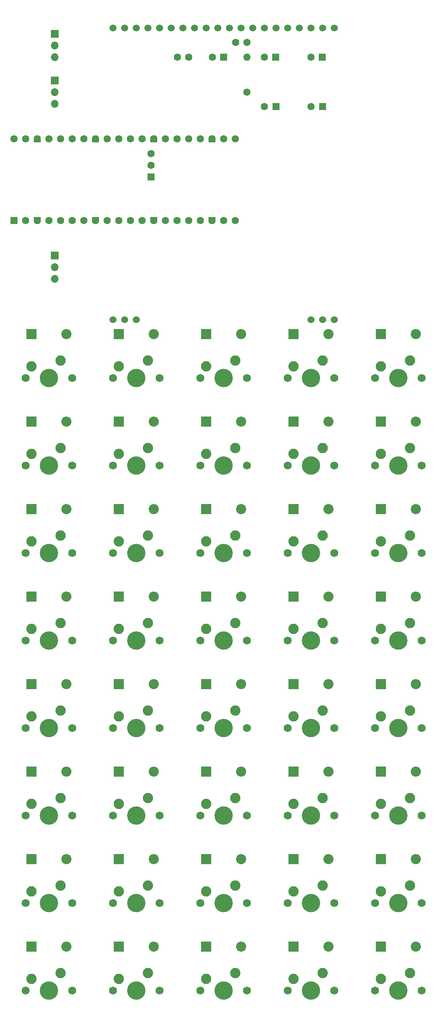
<source format=gbr>
%TF.GenerationSoftware,KiCad,Pcbnew,8.0.6*%
%TF.CreationDate,2024-11-19T21:22:31+01:00*%
%TF.ProjectId,calc,63616c63-2e6b-4696-9361-645f70636258,rev?*%
%TF.SameCoordinates,Original*%
%TF.FileFunction,Soldermask,Bot*%
%TF.FilePolarity,Negative*%
%FSLAX46Y46*%
G04 Gerber Fmt 4.6, Leading zero omitted, Abs format (unit mm)*
G04 Created by KiCad (PCBNEW 8.0.6) date 2024-11-19 21:22:31*
%MOMM*%
%LPD*%
G01*
G04 APERTURE LIST*
G04 Aperture macros list*
%AMRoundRect*
0 Rectangle with rounded corners*
0 $1 Rounding radius*
0 $2 $3 $4 $5 $6 $7 $8 $9 X,Y pos of 4 corners*
0 Add a 4 corners polygon primitive as box body*
4,1,4,$2,$3,$4,$5,$6,$7,$8,$9,$2,$3,0*
0 Add four circle primitives for the rounded corners*
1,1,$1+$1,$2,$3*
1,1,$1+$1,$4,$5*
1,1,$1+$1,$6,$7*
1,1,$1+$1,$8,$9*
0 Add four rect primitives between the rounded corners*
20,1,$1+$1,$2,$3,$4,$5,0*
20,1,$1+$1,$4,$5,$6,$7,0*
20,1,$1+$1,$6,$7,$8,$9,0*
20,1,$1+$1,$8,$9,$2,$3,0*%
%AMFreePoly0*
4,1,28,0.605014,0.794986,0.644504,0.794986,0.724698,0.756366,0.780194,0.686777,0.800000,0.600000,0.800000,-0.600000,0.780194,-0.686777,0.724698,-0.756366,0.644504,-0.794986,0.605014,-0.794986,0.600000,-0.800000,0.000000,-0.800000,-0.178017,-0.779942,-0.347107,-0.720775,-0.498792,-0.625465,-0.625465,-0.498792,-0.720775,-0.347107,-0.779942,-0.178017,-0.800000,0.000000,-0.779942,0.178017,
-0.720775,0.347107,-0.625465,0.498792,-0.498792,0.625465,-0.347107,0.720775,-0.178017,0.779942,0.000000,0.800000,0.600000,0.800000,0.605014,0.794986,0.605014,0.794986,$1*%
%AMFreePoly1*
4,1,28,0.178017,0.779942,0.347107,0.720775,0.498792,0.625465,0.625465,0.498792,0.720775,0.347107,0.779942,0.178017,0.800000,0.000000,0.779942,-0.178017,0.720775,-0.347107,0.625465,-0.498792,0.498792,-0.625465,0.347107,-0.720775,0.178017,-0.779942,0.000000,-0.800000,-0.600000,-0.800000,-0.605014,-0.794986,-0.644504,-0.794986,-0.724698,-0.756366,-0.780194,-0.686777,-0.800000,-0.600000,
-0.800000,0.600000,-0.780194,0.686777,-0.724698,0.756366,-0.644504,0.794986,-0.605014,0.794986,-0.600000,0.800000,0.000000,0.800000,0.178017,0.779942,0.178017,0.779942,$1*%
G04 Aperture macros list end*
%ADD10R,2.200000X2.200000*%
%ADD11O,2.200000X2.200000*%
%ADD12C,1.750000*%
%ADD13C,4.000000*%
%ADD14C,2.250000*%
%ADD15R,1.700000X1.700000*%
%ADD16O,1.700000X1.700000*%
%ADD17R,1.600000X1.600000*%
%ADD18C,1.600000*%
%ADD19RoundRect,0.200000X0.600000X-0.600000X0.600000X0.600000X-0.600000X0.600000X-0.600000X-0.600000X0*%
%ADD20FreePoly0,90.000000*%
%ADD21FreePoly1,90.000000*%
%ADD22O,1.600000X1.600000*%
%ADD23C,1.524000*%
G04 APERTURE END LIST*
D10*
%TO.C,D2*%
X166370000Y-92075000D03*
D11*
X173990000Y-92075000D03*
%TD*%
D10*
%TO.C,D1*%
X147320000Y-92075000D03*
D11*
X154940000Y-92075000D03*
%TD*%
D10*
%TO.C,D38*%
X185420000Y-225425000D03*
D11*
X193040000Y-225425000D03*
%TD*%
D12*
%TO.C,SW25*%
X222250000Y-177800000D03*
D13*
X227330000Y-177800000D03*
D12*
X232410000Y-177800000D03*
D14*
X229870000Y-173990000D03*
X223520000Y-175260000D03*
%TD*%
D10*
%TO.C,D13*%
X185420000Y-130175000D03*
D11*
X193040000Y-130175000D03*
%TD*%
D12*
%TO.C,SW29*%
X203200000Y-196850000D03*
D13*
X208280000Y-196850000D03*
D12*
X213360000Y-196850000D03*
D14*
X210820000Y-193040000D03*
X204470000Y-194310000D03*
%TD*%
D10*
%TO.C,D24*%
X204470000Y-168275000D03*
D11*
X212090000Y-168275000D03*
%TD*%
D15*
%TO.C,J2*%
X152400000Y-36830000D03*
D16*
X152400000Y-39370000D03*
X152400000Y-41910000D03*
%TD*%
D12*
%TO.C,SW9*%
X203200000Y-120650000D03*
D13*
X208280000Y-120650000D03*
D12*
X213360000Y-120650000D03*
D14*
X210820000Y-116840000D03*
X204470000Y-118110000D03*
%TD*%
D12*
%TO.C,SW30*%
X222250000Y-196850000D03*
D13*
X227330000Y-196850000D03*
D12*
X232410000Y-196850000D03*
D14*
X229870000Y-193040000D03*
X223520000Y-194310000D03*
%TD*%
D15*
%TO.C,J1*%
X152400000Y-74930000D03*
D16*
X152400000Y-77470000D03*
X152400000Y-80010000D03*
%TD*%
D10*
%TO.C,D32*%
X166370000Y-206375000D03*
D11*
X173990000Y-206375000D03*
%TD*%
D10*
%TO.C,D9*%
X204470000Y-111125000D03*
D11*
X212090000Y-111125000D03*
%TD*%
D10*
%TO.C,D39*%
X204470000Y-225425000D03*
D11*
X212090000Y-225425000D03*
%TD*%
D12*
%TO.C,SW18*%
X184150000Y-158750000D03*
D13*
X189230000Y-158750000D03*
D12*
X194310000Y-158750000D03*
D14*
X191770000Y-154940000D03*
X185420000Y-156210000D03*
%TD*%
D10*
%TO.C,D16*%
X147320000Y-149225000D03*
D11*
X154940000Y-149225000D03*
%TD*%
D12*
%TO.C,SW7*%
X165100000Y-120650000D03*
D13*
X170180000Y-120650000D03*
D12*
X175260000Y-120650000D03*
D14*
X172720000Y-116840000D03*
X166370000Y-118110000D03*
%TD*%
D10*
%TO.C,D18*%
X185420000Y-149225000D03*
D11*
X193040000Y-149225000D03*
%TD*%
D10*
%TO.C,D6*%
X147320000Y-111125000D03*
D11*
X154940000Y-111125000D03*
%TD*%
D10*
%TO.C,D33*%
X185420000Y-206375000D03*
D11*
X193040000Y-206375000D03*
%TD*%
D10*
%TO.C,D29*%
X204470000Y-187325000D03*
D11*
X212090000Y-187325000D03*
%TD*%
D10*
%TO.C,D14*%
X204470000Y-130175000D03*
D11*
X212090000Y-130175000D03*
%TD*%
D12*
%TO.C,SW3*%
X184150000Y-101600000D03*
D13*
X189230000Y-101600000D03*
D12*
X194310000Y-101600000D03*
D14*
X191770000Y-97790000D03*
X185420000Y-99060000D03*
%TD*%
D10*
%TO.C,D37*%
X166370000Y-225425000D03*
D11*
X173990000Y-225425000D03*
%TD*%
D17*
%TO.C,C3*%
X189230000Y-31750000D03*
D18*
X186730000Y-31750000D03*
%TD*%
D12*
%TO.C,SW31*%
X146050000Y-215900000D03*
D13*
X151130000Y-215900000D03*
D12*
X156210000Y-215900000D03*
D14*
X153670000Y-212090000D03*
X147320000Y-213360000D03*
%TD*%
D10*
%TO.C,D17*%
X166370000Y-149225000D03*
D11*
X173990000Y-149225000D03*
%TD*%
D10*
%TO.C,D34*%
X204470000Y-206375000D03*
D11*
X212090000Y-206375000D03*
%TD*%
D17*
%TO.C,C5*%
X200595113Y-31750000D03*
D18*
X198095113Y-31750000D03*
%TD*%
D12*
%TO.C,SW28*%
X184150000Y-196850000D03*
D13*
X189230000Y-196850000D03*
D12*
X194310000Y-196850000D03*
D14*
X191770000Y-193040000D03*
X185420000Y-194310000D03*
%TD*%
D12*
%TO.C,SW27*%
X165100000Y-196850000D03*
D13*
X170180000Y-196850000D03*
D12*
X175260000Y-196850000D03*
D14*
X172720000Y-193040000D03*
X166370000Y-194310000D03*
%TD*%
D12*
%TO.C,SW38*%
X184150000Y-234950000D03*
D13*
X189230000Y-234950000D03*
D12*
X194310000Y-234950000D03*
D14*
X191770000Y-231140000D03*
X185420000Y-232410000D03*
%TD*%
D18*
%TO.C,C1*%
X191810000Y-28575000D03*
X194310000Y-28575000D03*
%TD*%
D12*
%TO.C,SW23*%
X184150000Y-177800000D03*
D13*
X189230000Y-177800000D03*
D12*
X194310000Y-177800000D03*
D14*
X191770000Y-173990000D03*
X185420000Y-175260000D03*
%TD*%
D12*
%TO.C,SW12*%
X165100000Y-139700000D03*
D13*
X170180000Y-139700000D03*
D12*
X175260000Y-139700000D03*
D14*
X172720000Y-135890000D03*
X166370000Y-137160000D03*
%TD*%
D12*
%TO.C,SW21*%
X146050000Y-177800000D03*
D13*
X151130000Y-177800000D03*
D12*
X156210000Y-177800000D03*
D14*
X153670000Y-173990000D03*
X147320000Y-175260000D03*
%TD*%
D12*
%TO.C,SW24*%
X203200000Y-177800000D03*
D13*
X208280000Y-177800000D03*
D12*
X213360000Y-177800000D03*
D14*
X210820000Y-173990000D03*
X204470000Y-175260000D03*
%TD*%
D10*
%TO.C,D26*%
X147320000Y-187325000D03*
D11*
X154940000Y-187325000D03*
%TD*%
D10*
%TO.C,D3*%
X185420000Y-92075000D03*
D11*
X193040000Y-92075000D03*
%TD*%
D10*
%TO.C,D25*%
X223520000Y-168275000D03*
D11*
X231140000Y-168275000D03*
%TD*%
D12*
%TO.C,SW20*%
X222250000Y-158750000D03*
D13*
X227330000Y-158750000D03*
D12*
X232410000Y-158750000D03*
D14*
X229870000Y-154940000D03*
X223520000Y-156210000D03*
%TD*%
D12*
%TO.C,SW37*%
X165100000Y-234950000D03*
D13*
X170180000Y-234950000D03*
D12*
X175260000Y-234950000D03*
D14*
X172720000Y-231140000D03*
X166370000Y-232410000D03*
%TD*%
D10*
%TO.C,D27*%
X166370000Y-187325000D03*
D11*
X173990000Y-187325000D03*
%TD*%
D10*
%TO.C,D12*%
X166370000Y-130175000D03*
D11*
X173990000Y-130175000D03*
%TD*%
D17*
%TO.C,C6*%
X210780000Y-42545000D03*
D18*
X208280000Y-42545000D03*
%TD*%
D12*
%TO.C,SW8*%
X184150000Y-120650000D03*
D13*
X189230000Y-120650000D03*
D12*
X194310000Y-120650000D03*
D14*
X191770000Y-116840000D03*
X185420000Y-118110000D03*
%TD*%
D12*
%TO.C,SW34*%
X203200000Y-215900000D03*
D13*
X208280000Y-215900000D03*
D12*
X213360000Y-215900000D03*
D14*
X210820000Y-212090000D03*
X204470000Y-213360000D03*
%TD*%
D17*
%TO.C,C7*%
X210755113Y-31750000D03*
D18*
X208255113Y-31750000D03*
%TD*%
D10*
%TO.C,D21*%
X147320000Y-168275000D03*
D11*
X154940000Y-168275000D03*
%TD*%
D12*
%TO.C,SW4*%
X203200000Y-101600000D03*
D13*
X208280000Y-101600000D03*
D12*
X213360000Y-101600000D03*
D14*
X210820000Y-97790000D03*
X204470000Y-99060000D03*
%TD*%
D10*
%TO.C,D22*%
X166370000Y-168275000D03*
D11*
X173990000Y-168275000D03*
%TD*%
D10*
%TO.C,D20*%
X223520000Y-149225000D03*
D11*
X231140000Y-149225000D03*
%TD*%
D10*
%TO.C,D8*%
X185420000Y-111125000D03*
D11*
X193040000Y-111125000D03*
%TD*%
D12*
%TO.C,SW2*%
X165100000Y-101600000D03*
D13*
X170180000Y-101600000D03*
D12*
X175260000Y-101600000D03*
D14*
X172720000Y-97790000D03*
X166370000Y-99060000D03*
%TD*%
D12*
%TO.C,SW22*%
X165100000Y-177800000D03*
D13*
X170180000Y-177800000D03*
D12*
X175260000Y-177800000D03*
D14*
X172720000Y-173990000D03*
X166370000Y-175260000D03*
%TD*%
D12*
%TO.C,SW1*%
X146050000Y-101600000D03*
D13*
X151130000Y-101600000D03*
D12*
X156210000Y-101600000D03*
D14*
X153670000Y-97790000D03*
X147320000Y-99060000D03*
%TD*%
D12*
%TO.C,SW15*%
X222250000Y-139700000D03*
D13*
X227330000Y-139700000D03*
D12*
X232410000Y-139700000D03*
D14*
X229870000Y-135890000D03*
X223520000Y-137160000D03*
%TD*%
D10*
%TO.C,D31*%
X147320000Y-206375000D03*
D11*
X154940000Y-206375000D03*
%TD*%
D10*
%TO.C,D5*%
X223520000Y-92075000D03*
D11*
X231140000Y-92075000D03*
%TD*%
D12*
%TO.C,SW36*%
X146050000Y-234950000D03*
D13*
X151130000Y-234950000D03*
D12*
X156210000Y-234950000D03*
D14*
X153670000Y-231140000D03*
X147320000Y-232410000D03*
%TD*%
D12*
%TO.C,SW32*%
X165100000Y-215900000D03*
D13*
X170180000Y-215900000D03*
D12*
X175260000Y-215900000D03*
D14*
X172720000Y-212090000D03*
X166370000Y-213360000D03*
%TD*%
D12*
%TO.C,SW13*%
X184150000Y-139700000D03*
D13*
X189230000Y-139700000D03*
D12*
X194310000Y-139700000D03*
D14*
X191770000Y-135890000D03*
X185420000Y-137160000D03*
%TD*%
D10*
%TO.C,D40*%
X223520000Y-225425000D03*
D11*
X231140000Y-225425000D03*
%TD*%
D10*
%TO.C,D23*%
X185420000Y-168275000D03*
D11*
X193040000Y-168275000D03*
%TD*%
D12*
%TO.C,SW19*%
X203200000Y-158750000D03*
D13*
X208280000Y-158750000D03*
D12*
X213360000Y-158750000D03*
D14*
X210820000Y-154940000D03*
X204470000Y-156210000D03*
%TD*%
D10*
%TO.C,D30*%
X223520000Y-187325000D03*
D11*
X231140000Y-187325000D03*
%TD*%
D12*
%TO.C,SW14*%
X203200000Y-139700000D03*
D13*
X208280000Y-139700000D03*
D12*
X213360000Y-139700000D03*
D14*
X210820000Y-135890000D03*
X204470000Y-137160000D03*
%TD*%
D12*
%TO.C,SW35*%
X222250000Y-215900000D03*
D13*
X227330000Y-215900000D03*
D12*
X232410000Y-215900000D03*
D14*
X229870000Y-212090000D03*
X223520000Y-213360000D03*
%TD*%
D10*
%TO.C,D15*%
X223520000Y-130175000D03*
D11*
X231140000Y-130175000D03*
%TD*%
D10*
%TO.C,D11*%
X147320000Y-130175000D03*
D11*
X154940000Y-130175000D03*
%TD*%
D10*
%TO.C,D19*%
X204470000Y-149225000D03*
D11*
X212090000Y-149225000D03*
%TD*%
D12*
%TO.C,SW40*%
X222250000Y-234950000D03*
D13*
X227330000Y-234950000D03*
D12*
X232410000Y-234950000D03*
D14*
X229870000Y-231140000D03*
X223520000Y-232410000D03*
%TD*%
D12*
%TO.C,SW16*%
X146050000Y-158750000D03*
D13*
X151130000Y-158750000D03*
D12*
X156210000Y-158750000D03*
D14*
X153670000Y-154940000D03*
X147320000Y-156210000D03*
%TD*%
D12*
%TO.C,SW5*%
X222250000Y-101600000D03*
D13*
X227330000Y-101600000D03*
D12*
X232410000Y-101600000D03*
D14*
X229870000Y-97790000D03*
X223520000Y-99060000D03*
%TD*%
D12*
%TO.C,SW10*%
X222250000Y-120650000D03*
D13*
X227330000Y-120650000D03*
D12*
X232410000Y-120650000D03*
D14*
X229870000Y-116840000D03*
X223520000Y-118110000D03*
%TD*%
D12*
%TO.C,SW39*%
X203200000Y-234950000D03*
D13*
X208280000Y-234950000D03*
D12*
X213360000Y-234950000D03*
D14*
X210820000Y-231140000D03*
X204470000Y-232410000D03*
%TD*%
D19*
%TO.C,A1*%
X143510000Y-67310000D03*
D18*
X146050000Y-67310000D03*
D20*
X148590000Y-67310000D03*
D18*
X151130000Y-67310000D03*
X153670000Y-67310000D03*
X156210000Y-67310000D03*
X158750000Y-67310000D03*
D20*
X161290000Y-67310000D03*
D18*
X163830000Y-67310000D03*
X166370000Y-67310000D03*
X168910000Y-67310000D03*
X171450000Y-67310000D03*
D20*
X173990000Y-67310000D03*
D18*
X176530000Y-67310000D03*
X179070000Y-67310000D03*
X181610000Y-67310000D03*
X184150000Y-67310000D03*
D20*
X186690000Y-67310000D03*
D18*
X189230000Y-67310000D03*
X191770000Y-67310000D03*
X191770000Y-49530000D03*
X189230000Y-49530000D03*
D21*
X186690000Y-49530000D03*
D18*
X184150000Y-49530000D03*
X181610000Y-49530000D03*
X179070000Y-49530000D03*
X176530000Y-49530000D03*
D21*
X173990000Y-49530000D03*
D18*
X171450000Y-49530000D03*
X168910000Y-49530000D03*
X166370000Y-49530000D03*
X163830000Y-49530000D03*
D21*
X161290000Y-49530000D03*
D18*
X158750000Y-49530000D03*
X156210000Y-49530000D03*
X153670000Y-49530000D03*
X151130000Y-49530000D03*
D21*
X148590000Y-49530000D03*
D18*
X146050000Y-49530000D03*
X143510000Y-49530000D03*
D19*
X173340000Y-57835900D03*
D18*
X173340000Y-55295900D03*
X173340000Y-52755900D03*
%TD*%
D10*
%TO.C,D28*%
X185420000Y-187325000D03*
D11*
X193040000Y-187325000D03*
%TD*%
D12*
%TO.C,SW11*%
X146050000Y-139700000D03*
D13*
X151130000Y-139700000D03*
D12*
X156210000Y-139700000D03*
D14*
X153670000Y-135890000D03*
X147320000Y-137160000D03*
%TD*%
D10*
%TO.C,D10*%
X223520000Y-111125000D03*
D11*
X231140000Y-111125000D03*
%TD*%
D12*
%TO.C,SW33*%
X184150000Y-215900000D03*
D13*
X189230000Y-215900000D03*
D12*
X194310000Y-215900000D03*
D14*
X191770000Y-212090000D03*
X185420000Y-213360000D03*
%TD*%
D10*
%TO.C,D7*%
X166370000Y-111125000D03*
D11*
X173990000Y-111125000D03*
%TD*%
D12*
%TO.C,SW26*%
X146050000Y-196850000D03*
D13*
X151130000Y-196850000D03*
D12*
X156210000Y-196850000D03*
D14*
X153670000Y-193040000D03*
X147320000Y-194310000D03*
%TD*%
D12*
%TO.C,SW17*%
X165100000Y-158750000D03*
D13*
X170180000Y-158750000D03*
D12*
X175260000Y-158750000D03*
D14*
X172720000Y-154940000D03*
X166370000Y-156210000D03*
%TD*%
D18*
%TO.C,R1*%
X194310000Y-39370000D03*
D22*
X194310000Y-31750000D03*
%TD*%
D15*
%TO.C,J3*%
X152400000Y-26670000D03*
D16*
X152400000Y-29210000D03*
X152400000Y-31750000D03*
%TD*%
D10*
%TO.C,D35*%
X223520000Y-206375000D03*
D11*
X231140000Y-206375000D03*
%TD*%
D18*
%TO.C,C2*%
X181610000Y-31750000D03*
X179110000Y-31750000D03*
%TD*%
D12*
%TO.C,SW6*%
X146050000Y-120650000D03*
D13*
X151130000Y-120650000D03*
D12*
X156210000Y-120650000D03*
D14*
X153670000Y-116840000D03*
X147320000Y-118110000D03*
%TD*%
D17*
%TO.C,C4*%
X200620000Y-42545000D03*
D18*
X198120000Y-42545000D03*
%TD*%
D10*
%TO.C,D36*%
X147320000Y-225425000D03*
D11*
X154940000Y-225425000D03*
%TD*%
D10*
%TO.C,D4*%
X204470000Y-92075000D03*
D11*
X212090000Y-92075000D03*
%TD*%
D23*
%TO.C,U1*%
X165100000Y-88900000D03*
X167640000Y-88900000D03*
X170180000Y-88900000D03*
X208280000Y-88900000D03*
X210820000Y-88900000D03*
X213360000Y-88900000D03*
X213360000Y-25400000D03*
X210820000Y-25400000D03*
X208280000Y-25400000D03*
X205740000Y-25400000D03*
X203200000Y-25400000D03*
X200660000Y-25400000D03*
X198120000Y-25400000D03*
X195580000Y-25400000D03*
X193040000Y-25400000D03*
X190500000Y-25400000D03*
X187960000Y-25400000D03*
X185420000Y-25400000D03*
X182880000Y-25400000D03*
X180340000Y-25400000D03*
X177800000Y-25400000D03*
X175260000Y-25400000D03*
X172720000Y-25400000D03*
X170180000Y-25400000D03*
X167640000Y-25400000D03*
X165100000Y-25400000D03*
%TD*%
M02*

</source>
